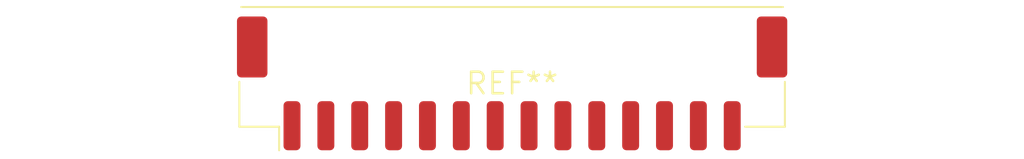
<source format=kicad_pcb>
(kicad_pcb (version 20240108) (generator pcbnew)
  (layers (0 "F.Cu" signal) (31 "B.Cu" signal) (34 "B.Paste" user) (35 "F.Paste" user) (36 "B.SilkS" user "B.Silkscreen") (37 "F.SilkS" user "F.Silkscreen") (38 "B.Mask" user) (39 "F.Mask" user) (44 "Edge.Cuts" user))
  (net 0 "")
  (footprint "Molex_CLIK-Mate_502443-1470_1x14-1MP_P2.00mm_Vertical" (layer "F.Cu") (at 0 0)
    (property "Reference" "REF**")
    (property "Value" "Molex_CLIK-Mate_502443-1470_1x14-1MP_P2.00mm_Vertical")
    (fp_line (start -16.11 -0.09) (end -16.11 2.56) (layer "F.SilkS") (stroke (width 0.12)))
    (fp_line (start -16.11 2.56) (end -13.76 2.56) (layer "F.SilkS") (stroke (width 0.12)))
    (fp_line (start -16 -4.51) (end 16 -4.51) (layer "F.SilkS") (stroke (width 0.12)))
    (fp_line (start -13.76 2.56) (end -13.76 3.95) (layer "F.SilkS") (stroke (width 0.12)))
    (fp_line (start 16.11 -0.09) (end 16.11 2.56) (layer "F.SilkS") (stroke (width 0.12)))
    (fp_line (start 16.11 2.56) (end 13.76 2.56) (layer "F.SilkS") (stroke (width 0.12)))
    (pad "1" smd roundrect (at -13 2.5) (size 1 2.9) (layers "F.Cu" "F.Paste" "F.Mask"))
    (pad "2" smd roundrect (at -11 2.5) (size 1 2.9) (layers "F.Cu" "F.Paste" "F.Mask"))
    (pad "3" smd roundrect (at -9 2.5) (size 1 2.9) (layers "F.Cu" "F.Paste" "F.Mask"))
    (pad "4" smd roundrect (at -7 2.5) (size 1 2.9) (layers "F.Cu" "F.Paste" "F.Mask"))
    (pad "5" smd roundrect (at -5 2.5) (size 1 2.9) (layers "F.Cu" "F.Paste" "F.Mask"))
    (pad "6" smd roundrect (at -3 2.5) (size 1 2.9) (layers "F.Cu" "F.Paste" "F.Mask"))
    (pad "7" smd roundrect (at -1 2.5) (size 1 2.9) (layers "F.Cu" "F.Paste" "F.Mask"))
    (pad "8" smd roundrect (at 1 2.5) (size 1 2.9) (layers "F.Cu" "F.Paste" "F.Mask"))
    (pad "9" smd roundrect (at 3 2.5) (size 1 2.9) (layers "F.Cu" "F.Paste" "F.Mask"))
    (pad "10" smd roundrect (at 5 2.5) (size 1 2.9) (layers "F.Cu" "F.Paste" "F.Mask"))
    (pad "11" smd roundrect (at 7 2.5) (size 1 2.9) (layers "F.Cu" "F.Paste" "F.Mask"))
    (pad "12" smd roundrect (at 9 2.5) (size 1 2.9) (layers "F.Cu" "F.Paste" "F.Mask"))
    (pad "13" smd roundrect (at 11 2.5) (size 1 2.9) (layers "F.Cu" "F.Paste" "F.Mask"))
    (pad "14" smd roundrect (at 13 2.5) (size 1 2.9) (layers "F.Cu" "F.Paste" "F.Mask"))
    (pad "MP" smd roundrect (at -15.35 -2.15) (size 1.8 3.6) (layers "F.Cu" "F.Paste" "F.Mask") (roundrect_rratio 0.138889))
    (pad "MP" smd roundrect (at 15.35 -2.15) (size 1.8 3.6) (layers "F.Cu" "F.Paste" "F.Mask") (roundrect_rratio 0.138889))
  )
)
</source>
